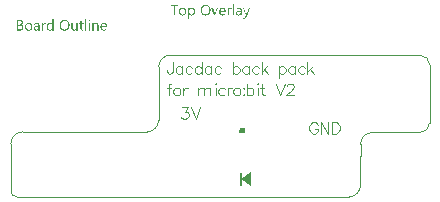
<source format=gto>
G04*
G04 #@! TF.GenerationSoftware,Altium Limited,Altium Designer,22.2.1 (43)*
G04*
G04 Layer_Color=65535*
%FSLAX44Y44*%
%MOMM*%
G71*
G04*
G04 #@! TF.SameCoordinates,2D2D779E-EA1F-4978-AE9C-AACCEBDA9B96*
G04*
G04*
G04 #@! TF.FilePolarity,Positive*
G04*
G01*
G75*
%ADD10C,0.5000*%
%ADD11C,0.2000*%
%ADD12C,0.1000*%
%ADD13C,0.0500*%
G36*
X115555Y135211D02*
X115641Y135203D01*
X115744Y135195D01*
X115861Y135171D01*
X115995Y135148D01*
X116144Y135109D01*
X116293Y135062D01*
X116450Y135007D01*
X116607Y134936D01*
X116772Y134857D01*
X116929Y134755D01*
X117078Y134638D01*
X117227Y134504D01*
X117360Y134355D01*
X117368Y134347D01*
X117392Y134316D01*
X117423Y134269D01*
X117470Y134198D01*
X117517Y134112D01*
X117580Y134010D01*
X117643Y133884D01*
X117706Y133751D01*
X117768Y133594D01*
X117831Y133421D01*
X117894Y133233D01*
X117941Y133029D01*
X117988Y132809D01*
X118020Y132573D01*
X118043Y132322D01*
X118051Y132063D01*
Y132056D01*
Y132048D01*
Y132024D01*
Y131993D01*
X118043Y131906D01*
X118035Y131797D01*
X118027Y131663D01*
X118012Y131506D01*
X117988Y131333D01*
X117957Y131145D01*
X117910Y130949D01*
X117863Y130737D01*
X117800Y130525D01*
X117721Y130313D01*
X117635Y130101D01*
X117533Y129889D01*
X117407Y129693D01*
X117274Y129505D01*
X117266Y129497D01*
X117235Y129465D01*
X117195Y129418D01*
X117133Y129355D01*
X117054Y129285D01*
X116960Y129199D01*
X116842Y129112D01*
X116717Y129026D01*
X116575Y128940D01*
X116411Y128853D01*
X116238Y128767D01*
X116050Y128696D01*
X115845Y128633D01*
X115626Y128586D01*
X115390Y128555D01*
X115147Y128547D01*
X115092D01*
X115029Y128555D01*
X114943Y128563D01*
X114841Y128579D01*
X114723Y128602D01*
X114590Y128633D01*
X114441Y128681D01*
X114291Y128736D01*
X114135Y128806D01*
X113977Y128892D01*
X113813Y128995D01*
X113656Y129120D01*
X113507Y129261D01*
X113365Y129426D01*
X113232Y129614D01*
X113208D01*
Y125769D01*
X112188D01*
Y135069D01*
X113208D01*
Y133947D01*
X113232D01*
X113240Y133963D01*
X113271Y134002D01*
X113310Y134065D01*
X113373Y134143D01*
X113452Y134245D01*
X113546Y134347D01*
X113664Y134465D01*
X113789Y134583D01*
X113938Y134700D01*
X114103Y134818D01*
X114284Y134920D01*
X114480Y135022D01*
X114692Y135101D01*
X114927Y135163D01*
X115170Y135203D01*
X115437Y135218D01*
X115492D01*
X115555Y135211D01*
D02*
G37*
G36*
X148409Y135171D02*
X148496D01*
X148590Y135156D01*
X148692Y135140D01*
X148794Y135124D01*
X148880Y135093D01*
Y134033D01*
X148864Y134041D01*
X148833Y134065D01*
X148770Y134096D01*
X148684Y134135D01*
X148566Y134175D01*
X148441Y134206D01*
X148284Y134229D01*
X148103Y134237D01*
X148040D01*
X147993Y134229D01*
X147938Y134222D01*
X147876Y134206D01*
X147726Y134159D01*
X147640Y134128D01*
X147554Y134088D01*
X147460Y134033D01*
X147366Y133978D01*
X147279Y133908D01*
X147185Y133821D01*
X147099Y133727D01*
X147012Y133617D01*
X147004Y133610D01*
X146997Y133586D01*
X146973Y133554D01*
X146942Y133507D01*
X146910Y133445D01*
X146871Y133366D01*
X146832Y133280D01*
X146792Y133178D01*
X146753Y133068D01*
X146714Y132942D01*
X146675Y132801D01*
X146643Y132652D01*
X146612Y132487D01*
X146588Y132315D01*
X146581Y132134D01*
X146573Y131938D01*
Y128696D01*
X145552D01*
Y135069D01*
X146573D01*
Y133751D01*
X146596D01*
Y133759D01*
X146604Y133782D01*
X146620Y133813D01*
X146636Y133861D01*
X146659Y133916D01*
X146691Y133986D01*
X146761Y134135D01*
X146855Y134308D01*
X146973Y134481D01*
X147107Y134646D01*
X147263Y134803D01*
X147271Y134810D01*
X147287Y134818D01*
X147310Y134834D01*
X147342Y134865D01*
X147381Y134889D01*
X147436Y134920D01*
X147554Y134991D01*
X147703Y135062D01*
X147876Y135124D01*
X148064Y135163D01*
X148166Y135171D01*
X148268Y135179D01*
X148331D01*
X148409Y135171D01*
D02*
G37*
G36*
X161697Y127676D02*
Y127668D01*
X161689Y127652D01*
X161674Y127629D01*
X161658Y127590D01*
X161642Y127542D01*
X161618Y127495D01*
X161556Y127370D01*
X161469Y127221D01*
X161375Y127048D01*
X161257Y126875D01*
X161124Y126687D01*
X160975Y126507D01*
X160810Y126326D01*
X160630Y126153D01*
X160433Y126004D01*
X160222Y125879D01*
X160112Y125831D01*
X159994Y125784D01*
X159876Y125745D01*
X159751Y125722D01*
X159625Y125706D01*
X159492Y125698D01*
X159429D01*
X159350Y125706D01*
X159256D01*
X159154Y125722D01*
X159044Y125737D01*
X158926Y125753D01*
X158824Y125784D01*
Y126695D01*
X158840Y126687D01*
X158879Y126679D01*
X158942Y126664D01*
X159021Y126640D01*
X159115Y126616D01*
X159217Y126601D01*
X159327Y126593D01*
X159429Y126585D01*
X159460D01*
X159499Y126593D01*
X159554Y126601D01*
X159617Y126616D01*
X159696Y126632D01*
X159774Y126664D01*
X159868Y126703D01*
X159955Y126750D01*
X160057Y126813D01*
X160151Y126883D01*
X160245Y126970D01*
X160339Y127079D01*
X160433Y127197D01*
X160512Y127338D01*
X160590Y127503D01*
X161101Y128704D01*
X158612Y135069D01*
X159743D01*
X161469Y130164D01*
Y130156D01*
X161477Y130140D01*
X161485Y130117D01*
X161501Y130070D01*
X161516Y130007D01*
X161532Y129921D01*
X161564Y129811D01*
X161595Y129677D01*
X161634D01*
Y129685D01*
X161642Y129709D01*
X161650Y129740D01*
X161666Y129795D01*
X161681Y129858D01*
X161697Y129936D01*
X161728Y130038D01*
X161760Y130148D01*
X163573Y135069D01*
X164625D01*
X161697Y127676D01*
D02*
G37*
G36*
X135255Y128696D02*
X134250D01*
X131841Y135069D01*
X132955D01*
X134580Y130439D01*
Y130431D01*
X134588Y130415D01*
X134596Y130392D01*
X134612Y130352D01*
X134627Y130305D01*
X134643Y130258D01*
X134674Y130133D01*
X134713Y129999D01*
X134753Y129850D01*
X134776Y129693D01*
X134800Y129544D01*
X134823D01*
Y129552D01*
Y129567D01*
X134831Y129591D01*
X134839Y129622D01*
Y129670D01*
X134855Y129717D01*
X134871Y129834D01*
X134902Y129968D01*
X134933Y130109D01*
X134980Y130258D01*
X135028Y130407D01*
X136715Y135069D01*
X137790D01*
X135255Y128696D01*
D02*
G37*
G36*
X155481Y135211D02*
X155536D01*
X155591Y135203D01*
X155661Y135195D01*
X155740Y135179D01*
X155905Y135148D01*
X156101Y135093D01*
X156297Y135022D01*
X156509Y134920D01*
X156721Y134795D01*
X156823Y134724D01*
X156925Y134638D01*
X157019Y134544D01*
X157113Y134449D01*
X157200Y134339D01*
X157278Y134214D01*
X157357Y134088D01*
X157427Y133947D01*
X157482Y133790D01*
X157537Y133625D01*
X157577Y133453D01*
X157608Y133256D01*
X157624Y133060D01*
X157631Y132840D01*
Y128696D01*
X156611D01*
Y129685D01*
X156588D01*
X156580Y129670D01*
X156556Y129638D01*
X156517Y129583D01*
X156462Y129505D01*
X156391Y129418D01*
X156305Y129324D01*
X156211Y129222D01*
X156093Y129120D01*
X155960Y129010D01*
X155818Y128908D01*
X155654Y128814D01*
X155481Y128728D01*
X155285Y128649D01*
X155081Y128594D01*
X154861Y128563D01*
X154625Y128547D01*
X154531D01*
X154468Y128555D01*
X154390Y128563D01*
X154296Y128571D01*
X154194Y128586D01*
X154084Y128610D01*
X153841Y128673D01*
X153723Y128712D01*
X153597Y128759D01*
X153472Y128814D01*
X153354Y128885D01*
X153244Y128963D01*
X153134Y129049D01*
X153126Y129057D01*
X153111Y129073D01*
X153087Y129104D01*
X153048Y129144D01*
X153009Y129191D01*
X152969Y129254D01*
X152914Y129324D01*
X152867Y129403D01*
X152820Y129497D01*
X152773Y129599D01*
X152726Y129709D01*
X152687Y129826D01*
X152648Y129952D01*
X152624Y130085D01*
X152608Y130235D01*
X152600Y130384D01*
Y130392D01*
Y130407D01*
Y130431D01*
X152608Y130462D01*
Y130501D01*
X152616Y130548D01*
X152632Y130666D01*
X152663Y130808D01*
X152710Y130964D01*
X152773Y131137D01*
X152867Y131318D01*
X152977Y131498D01*
X153111Y131679D01*
X153197Y131765D01*
X153283Y131851D01*
X153385Y131938D01*
X153487Y132016D01*
X153605Y132095D01*
X153731Y132165D01*
X153864Y132228D01*
X154013Y132291D01*
X154170Y132346D01*
X154335Y132393D01*
X154515Y132432D01*
X154704Y132464D01*
X156611Y132730D01*
Y132738D01*
Y132746D01*
Y132770D01*
Y132801D01*
X156603Y132880D01*
X156588Y132982D01*
X156572Y133107D01*
X156540Y133249D01*
X156501Y133390D01*
X156446Y133547D01*
X156376Y133696D01*
X156289Y133845D01*
X156187Y133978D01*
X156062Y134104D01*
X155905Y134206D01*
X155732Y134284D01*
X155638Y134316D01*
X155528Y134339D01*
X155418Y134347D01*
X155300Y134355D01*
X155246D01*
X155190Y134347D01*
X155104Y134339D01*
X155002Y134332D01*
X154884Y134316D01*
X154751Y134292D01*
X154610Y134261D01*
X154453Y134214D01*
X154288Y134167D01*
X154115Y134104D01*
X153935Y134025D01*
X153754Y133931D01*
X153574Y133829D01*
X153393Y133712D01*
X153221Y133570D01*
Y134614D01*
X153228Y134622D01*
X153260Y134638D01*
X153315Y134669D01*
X153385Y134708D01*
X153479Y134755D01*
X153582Y134803D01*
X153707Y134857D01*
X153848Y134920D01*
X153997Y134975D01*
X154162Y135030D01*
X154343Y135077D01*
X154531Y135124D01*
X154735Y135163D01*
X154939Y135195D01*
X155159Y135211D01*
X155387Y135218D01*
X155442D01*
X155481Y135211D01*
D02*
G37*
G36*
X151007Y128696D02*
X149987D01*
Y138130D01*
X151007D01*
Y128696D01*
D02*
G37*
G36*
X103453Y136670D02*
X100878D01*
Y128696D01*
X99834D01*
Y136670D01*
X97260D01*
Y137620D01*
X103453D01*
Y136670D01*
D02*
G37*
G36*
X141510Y135211D02*
X141597Y135203D01*
X141707Y135195D01*
X141824Y135179D01*
X141958Y135148D01*
X142099Y135116D01*
X142256Y135077D01*
X142413Y135022D01*
X142570Y134952D01*
X142735Y134873D01*
X142892Y134779D01*
X143041Y134669D01*
X143190Y134544D01*
X143323Y134402D01*
X143331Y134394D01*
X143355Y134363D01*
X143386Y134316D01*
X143433Y134253D01*
X143480Y134175D01*
X143543Y134073D01*
X143606Y133955D01*
X143669Y133821D01*
X143732Y133664D01*
X143794Y133500D01*
X143857Y133311D01*
X143904Y133115D01*
X143951Y132895D01*
X143983Y132668D01*
X144006Y132416D01*
X144014Y132157D01*
Y131624D01*
X139509D01*
Y131608D01*
Y131577D01*
X139517Y131522D01*
X139525Y131451D01*
X139533Y131357D01*
X139548Y131255D01*
X139564Y131145D01*
X139595Y131019D01*
X139666Y130753D01*
X139713Y130619D01*
X139768Y130478D01*
X139831Y130344D01*
X139901Y130211D01*
X139988Y130093D01*
X140082Y129976D01*
X140090Y129968D01*
X140105Y129952D01*
X140137Y129921D01*
X140184Y129889D01*
X140239Y129842D01*
X140310Y129795D01*
X140388Y129740D01*
X140474Y129693D01*
X140576Y129638D01*
X140694Y129583D01*
X140812Y129536D01*
X140953Y129489D01*
X141094Y129458D01*
X141251Y129426D01*
X141416Y129410D01*
X141589Y129403D01*
X141636D01*
X141691Y129410D01*
X141769D01*
X141864Y129426D01*
X141973Y129442D01*
X142099Y129465D01*
X142240Y129489D01*
X142389Y129528D01*
X142546Y129575D01*
X142711Y129630D01*
X142876Y129701D01*
X143049Y129779D01*
X143221Y129874D01*
X143394Y129983D01*
X143567Y130109D01*
Y129151D01*
X143559Y129144D01*
X143527Y129128D01*
X143480Y129096D01*
X143418Y129057D01*
X143331Y129010D01*
X143229Y128963D01*
X143111Y128908D01*
X142978Y128853D01*
X142821Y128790D01*
X142656Y128736D01*
X142476Y128688D01*
X142280Y128641D01*
X142068Y128602D01*
X141840Y128571D01*
X141597Y128555D01*
X141346Y128547D01*
X141283D01*
X141220Y128555D01*
X141126Y128563D01*
X141008Y128571D01*
X140875Y128594D01*
X140733Y128618D01*
X140576Y128657D01*
X140412Y128704D01*
X140239Y128759D01*
X140058Y128830D01*
X139886Y128908D01*
X139705Y129010D01*
X139540Y129128D01*
X139376Y129261D01*
X139227Y129410D01*
X139219Y129418D01*
X139195Y129450D01*
X139156Y129505D01*
X139109Y129575D01*
X139046Y129662D01*
X138983Y129771D01*
X138912Y129897D01*
X138842Y130046D01*
X138771Y130203D01*
X138701Y130392D01*
X138638Y130588D01*
X138575Y130808D01*
X138528Y131043D01*
X138489Y131294D01*
X138465Y131569D01*
X138457Y131851D01*
Y131859D01*
Y131867D01*
Y131891D01*
Y131914D01*
X138465Y131993D01*
X138473Y132103D01*
X138481Y132228D01*
X138504Y132369D01*
X138528Y132534D01*
X138559Y132715D01*
X138606Y132903D01*
X138661Y133099D01*
X138732Y133303D01*
X138811Y133507D01*
X138905Y133704D01*
X139022Y133908D01*
X139148Y134096D01*
X139297Y134277D01*
X139305Y134284D01*
X139336Y134316D01*
X139383Y134363D01*
X139446Y134426D01*
X139533Y134496D01*
X139635Y134575D01*
X139745Y134661D01*
X139878Y134747D01*
X140019Y134834D01*
X140184Y134920D01*
X140357Y134999D01*
X140537Y135069D01*
X140733Y135132D01*
X140945Y135179D01*
X141165Y135211D01*
X141393Y135218D01*
X141448D01*
X141510Y135211D01*
D02*
G37*
G36*
X127187Y137761D02*
X127242D01*
X127297Y137753D01*
X127367D01*
X127524Y137730D01*
X127705Y137706D01*
X127909Y137667D01*
X128128Y137612D01*
X128356Y137549D01*
X128600Y137463D01*
X128843Y137361D01*
X129094Y137243D01*
X129345Y137102D01*
X129580Y136937D01*
X129816Y136741D01*
X130036Y136521D01*
X130051Y136506D01*
X130083Y136466D01*
X130138Y136396D01*
X130216Y136294D01*
X130295Y136168D01*
X130397Y136019D01*
X130499Y135846D01*
X130601Y135650D01*
X130703Y135422D01*
X130805Y135179D01*
X130907Y134912D01*
X130993Y134622D01*
X131064Y134308D01*
X131119Y133978D01*
X131150Y133633D01*
X131166Y133264D01*
Y133256D01*
Y133241D01*
Y133209D01*
Y133170D01*
X131158Y133115D01*
Y133052D01*
X131150Y132982D01*
Y132903D01*
X131142Y132817D01*
X131135Y132723D01*
X131103Y132511D01*
X131072Y132267D01*
X131025Y132016D01*
X130962Y131742D01*
X130883Y131459D01*
X130789Y131176D01*
X130679Y130886D01*
X130546Y130604D01*
X130389Y130321D01*
X130208Y130062D01*
X130004Y129811D01*
X129989Y129795D01*
X129949Y129756D01*
X129887Y129693D01*
X129792Y129614D01*
X129675Y129520D01*
X129533Y129410D01*
X129376Y129301D01*
X129188Y129183D01*
X128976Y129065D01*
X128741Y128947D01*
X128490Y128837D01*
X128215Y128743D01*
X127917Y128665D01*
X127603Y128602D01*
X127265Y128563D01*
X126912Y128547D01*
X126826D01*
X126786Y128555D01*
X126732D01*
X126669Y128563D01*
X126598Y128571D01*
X126433Y128586D01*
X126253Y128610D01*
X126041Y128649D01*
X125821Y128704D01*
X125578Y128767D01*
X125334Y128853D01*
X125083Y128955D01*
X124824Y129073D01*
X124573Y129214D01*
X124330Y129387D01*
X124087Y129575D01*
X123867Y129795D01*
X123851Y129811D01*
X123820Y129850D01*
X123765Y129921D01*
X123686Y130023D01*
X123600Y130148D01*
X123506Y130297D01*
X123404Y130470D01*
X123302Y130674D01*
X123192Y130894D01*
X123090Y131137D01*
X122996Y131404D01*
X122909Y131694D01*
X122831Y132008D01*
X122776Y132338D01*
X122744Y132683D01*
X122729Y133052D01*
Y133060D01*
Y133076D01*
Y133107D01*
Y133146D01*
X122737Y133201D01*
Y133256D01*
X122744Y133327D01*
Y133405D01*
X122752Y133492D01*
X122768Y133594D01*
X122792Y133798D01*
X122823Y134033D01*
X122878Y134284D01*
X122933Y134559D01*
X123011Y134834D01*
X123105Y135116D01*
X123215Y135407D01*
X123349Y135689D01*
X123506Y135964D01*
X123686Y136231D01*
X123890Y136482D01*
X123906Y136498D01*
X123945Y136537D01*
X124008Y136600D01*
X124102Y136686D01*
X124220Y136780D01*
X124369Y136890D01*
X124534Y137008D01*
X124722Y137126D01*
X124942Y137243D01*
X125177Y137361D01*
X125436Y137471D01*
X125719Y137565D01*
X126025Y137652D01*
X126347Y137714D01*
X126692Y137753D01*
X127061Y137769D01*
X127140D01*
X127187Y137761D01*
D02*
G37*
G36*
X107667Y135211D02*
X107769Y135203D01*
X107887Y135195D01*
X108028Y135171D01*
X108177Y135148D01*
X108342Y135109D01*
X108523Y135062D01*
X108703Y135007D01*
X108884Y134936D01*
X109072Y134850D01*
X109253Y134747D01*
X109433Y134630D01*
X109598Y134496D01*
X109755Y134339D01*
X109763Y134332D01*
X109786Y134300D01*
X109826Y134245D01*
X109881Y134175D01*
X109943Y134088D01*
X110006Y133978D01*
X110085Y133853D01*
X110155Y133704D01*
X110234Y133539D01*
X110304Y133358D01*
X110367Y133162D01*
X110430Y132942D01*
X110485Y132707D01*
X110524Y132456D01*
X110548Y132189D01*
X110555Y131906D01*
Y131898D01*
Y131891D01*
Y131867D01*
Y131836D01*
X110548Y131757D01*
X110540Y131655D01*
X110532Y131522D01*
X110508Y131373D01*
X110485Y131208D01*
X110446Y131027D01*
X110399Y130839D01*
X110344Y130635D01*
X110273Y130431D01*
X110195Y130227D01*
X110092Y130023D01*
X109975Y129826D01*
X109841Y129638D01*
X109692Y129458D01*
X109684Y129450D01*
X109653Y129418D01*
X109606Y129371D01*
X109535Y129316D01*
X109449Y129246D01*
X109347Y129167D01*
X109221Y129089D01*
X109080Y129002D01*
X108923Y128916D01*
X108750Y128837D01*
X108562Y128759D01*
X108358Y128688D01*
X108130Y128633D01*
X107895Y128586D01*
X107652Y128555D01*
X107385Y128547D01*
X107322D01*
X107251Y128555D01*
X107149Y128563D01*
X107031Y128571D01*
X106890Y128594D01*
X106741Y128618D01*
X106576Y128657D01*
X106396Y128704D01*
X106215Y128767D01*
X106027Y128837D01*
X105838Y128924D01*
X105650Y129026D01*
X105462Y129144D01*
X105289Y129277D01*
X105124Y129434D01*
X105117Y129442D01*
X105085Y129473D01*
X105046Y129528D01*
X104991Y129599D01*
X104928Y129685D01*
X104857Y129795D01*
X104787Y129921D01*
X104708Y130070D01*
X104630Y130227D01*
X104551Y130407D01*
X104481Y130604D01*
X104418Y130815D01*
X104363Y131035D01*
X104324Y131278D01*
X104292Y131538D01*
X104284Y131804D01*
Y131812D01*
Y131820D01*
Y131844D01*
Y131875D01*
X104292Y131961D01*
X104300Y132071D01*
X104308Y132205D01*
X104332Y132362D01*
X104355Y132534D01*
X104394Y132723D01*
X104441Y132919D01*
X104496Y133123D01*
X104567Y133335D01*
X104653Y133547D01*
X104755Y133751D01*
X104865Y133947D01*
X104999Y134135D01*
X105156Y134316D01*
X105163Y134324D01*
X105195Y134355D01*
X105250Y134402D01*
X105321Y134457D01*
X105407Y134528D01*
X105517Y134598D01*
X105642Y134685D01*
X105784Y134771D01*
X105941Y134850D01*
X106121Y134936D01*
X106317Y135007D01*
X106529Y135077D01*
X106757Y135132D01*
X107000Y135179D01*
X107259Y135211D01*
X107534Y135218D01*
X107597D01*
X107667Y135211D01*
D02*
G37*
G36*
X28652Y125156D02*
X28722Y125140D01*
X28793Y125116D01*
X28872Y125077D01*
X28950Y125030D01*
X29028Y124967D01*
X29036Y124959D01*
X29060Y124936D01*
X29091Y124897D01*
X29130Y124842D01*
X29162Y124771D01*
X29193Y124692D01*
X29217Y124598D01*
X29225Y124496D01*
Y124481D01*
Y124449D01*
X29217Y124402D01*
X29201Y124332D01*
X29178Y124261D01*
X29138Y124182D01*
X29091Y124104D01*
X29028Y124025D01*
X29021Y124017D01*
X28997Y123994D01*
X28950Y123963D01*
X28895Y123931D01*
X28824Y123900D01*
X28746Y123868D01*
X28660Y123845D01*
X28558Y123837D01*
X28510D01*
X28463Y123845D01*
X28393Y123861D01*
X28322Y123884D01*
X28244Y123916D01*
X28165Y123955D01*
X28087Y124017D01*
X28079Y124025D01*
X28055Y124049D01*
X28024Y124096D01*
X27992Y124151D01*
X27961Y124214D01*
X27930Y124300D01*
X27906Y124394D01*
X27898Y124496D01*
Y124512D01*
Y124543D01*
X27906Y124598D01*
X27922Y124661D01*
X27945Y124740D01*
X27977Y124818D01*
X28024Y124897D01*
X28087Y124967D01*
X28094Y124975D01*
X28118Y124999D01*
X28165Y125030D01*
X28220Y125069D01*
X28291Y125101D01*
X28369Y125132D01*
X28456Y125156D01*
X28558Y125163D01*
X28605D01*
X28652Y125156D01*
D02*
G37*
G36*
X-1746Y115847D02*
X-2766D01*
Y116922D01*
X-2790D01*
X-2798Y116907D01*
X-2821Y116868D01*
X-2868Y116812D01*
X-2923Y116734D01*
X-3002Y116640D01*
X-3088Y116538D01*
X-3198Y116428D01*
X-3331Y116310D01*
X-3473Y116193D01*
X-3637Y116083D01*
X-3818Y115981D01*
X-4014Y115886D01*
X-4226Y115808D01*
X-4462Y115753D01*
X-4713Y115714D01*
X-4979Y115698D01*
X-5034D01*
X-5097Y115706D01*
X-5176Y115714D01*
X-5278Y115722D01*
X-5396Y115745D01*
X-5529Y115769D01*
X-5670Y115808D01*
X-5819Y115847D01*
X-5976Y115910D01*
X-6133Y115973D01*
X-6298Y116059D01*
X-6455Y116153D01*
X-6612Y116271D01*
X-6761Y116404D01*
X-6902Y116553D01*
X-6910Y116561D01*
X-6934Y116593D01*
X-6965Y116640D01*
X-7012Y116711D01*
X-7067Y116797D01*
X-7130Y116899D01*
X-7193Y117024D01*
X-7256Y117166D01*
X-7326Y117323D01*
X-7389Y117495D01*
X-7452Y117692D01*
X-7507Y117896D01*
X-7554Y118115D01*
X-7585Y118359D01*
X-7609Y118610D01*
X-7617Y118877D01*
Y118884D01*
Y118892D01*
Y118916D01*
Y118947D01*
X-7609Y119026D01*
X-7601Y119136D01*
X-7593Y119277D01*
X-7577Y119426D01*
X-7554Y119599D01*
X-7515Y119787D01*
X-7475Y119983D01*
X-7420Y120195D01*
X-7358Y120399D01*
X-7279Y120619D01*
X-7193Y120823D01*
X-7083Y121027D01*
X-6965Y121223D01*
X-6824Y121412D01*
X-6816Y121420D01*
X-6785Y121451D01*
X-6738Y121498D01*
X-6675Y121561D01*
X-6596Y121632D01*
X-6502Y121718D01*
X-6384Y121804D01*
X-6259Y121891D01*
X-6110Y121977D01*
X-5953Y122063D01*
X-5780Y122150D01*
X-5592Y122220D01*
X-5388Y122283D01*
X-5168Y122330D01*
X-4940Y122361D01*
X-4697Y122369D01*
X-4642D01*
X-4571Y122361D01*
X-4485Y122354D01*
X-4375Y122338D01*
X-4250Y122314D01*
X-4116Y122283D01*
X-3967Y122244D01*
X-3810Y122189D01*
X-3653Y122118D01*
X-3496Y122032D01*
X-3339Y121930D01*
X-3190Y121812D01*
X-3041Y121679D01*
X-2907Y121514D01*
X-2790Y121333D01*
X-2766D01*
Y125281D01*
X-1746D01*
Y115847D01*
D02*
G37*
G36*
X34358Y122361D02*
X34428D01*
X34515Y122346D01*
X34617Y122330D01*
X34727Y122314D01*
X34844Y122283D01*
X34970Y122252D01*
X35103Y122205D01*
X35237Y122150D01*
X35370Y122079D01*
X35496Y122000D01*
X35621Y121914D01*
X35739Y121804D01*
X35849Y121686D01*
X35857Y121679D01*
X35872Y121655D01*
X35904Y121616D01*
X35935Y121561D01*
X35975Y121490D01*
X36022Y121404D01*
X36077Y121302D01*
X36131Y121192D01*
X36179Y121059D01*
X36233Y120917D01*
X36281Y120752D01*
X36320Y120580D01*
X36351Y120392D01*
X36383Y120187D01*
X36398Y119976D01*
X36406Y119740D01*
Y115847D01*
X35386D01*
Y119481D01*
Y119489D01*
Y119505D01*
Y119528D01*
Y119567D01*
X35378Y119614D01*
Y119669D01*
X35362Y119795D01*
X35339Y119952D01*
X35307Y120125D01*
X35260Y120305D01*
X35198Y120493D01*
X35119Y120682D01*
X35025Y120862D01*
X34907Y121035D01*
X34758Y121192D01*
X34593Y121318D01*
X34499Y121373D01*
X34389Y121420D01*
X34279Y121459D01*
X34162Y121482D01*
X34036Y121498D01*
X33902Y121506D01*
X33832D01*
X33777Y121498D01*
X33714Y121490D01*
X33636Y121475D01*
X33549Y121459D01*
X33463Y121435D01*
X33361Y121404D01*
X33259Y121365D01*
X33157Y121318D01*
X33047Y121263D01*
X32945Y121192D01*
X32835Y121114D01*
X32733Y121027D01*
X32639Y120925D01*
X32631Y120917D01*
X32615Y120902D01*
X32592Y120870D01*
X32560Y120823D01*
X32521Y120768D01*
X32482Y120698D01*
X32435Y120619D01*
X32388Y120533D01*
X32341Y120431D01*
X32294Y120321D01*
X32254Y120203D01*
X32215Y120077D01*
X32184Y119936D01*
X32160Y119795D01*
X32144Y119638D01*
X32136Y119481D01*
Y115847D01*
X31116D01*
Y122220D01*
X32136D01*
Y121161D01*
X32160D01*
X32168Y121176D01*
X32192Y121216D01*
X32239Y121271D01*
X32294Y121349D01*
X32372Y121443D01*
X32458Y121545D01*
X32568Y121655D01*
X32694Y121765D01*
X32835Y121875D01*
X32992Y121985D01*
X33165Y122087D01*
X33345Y122181D01*
X33549Y122259D01*
X33769Y122314D01*
X34004Y122354D01*
X34256Y122369D01*
X34303D01*
X34358Y122361D01*
D02*
G37*
G36*
X-8763Y122322D02*
X-8676D01*
X-8582Y122306D01*
X-8480Y122291D01*
X-8378Y122275D01*
X-8292Y122244D01*
Y121184D01*
X-8307Y121192D01*
X-8339Y121216D01*
X-8401Y121247D01*
X-8488Y121286D01*
X-8605Y121326D01*
X-8731Y121357D01*
X-8888Y121380D01*
X-9069Y121388D01*
X-9131D01*
X-9179Y121380D01*
X-9233Y121373D01*
X-9296Y121357D01*
X-9445Y121310D01*
X-9532Y121278D01*
X-9618Y121239D01*
X-9712Y121184D01*
X-9806Y121129D01*
X-9893Y121059D01*
X-9987Y120972D01*
X-10073Y120878D01*
X-10160Y120768D01*
X-10167Y120760D01*
X-10175Y120737D01*
X-10199Y120705D01*
X-10230Y120658D01*
X-10262Y120596D01*
X-10301Y120517D01*
X-10340Y120431D01*
X-10379Y120329D01*
X-10419Y120219D01*
X-10458Y120093D01*
X-10497Y119952D01*
X-10529Y119803D01*
X-10560Y119638D01*
X-10583Y119465D01*
X-10591Y119285D01*
X-10599Y119089D01*
Y115847D01*
X-11619D01*
Y122220D01*
X-10599D01*
Y120902D01*
X-10575D01*
Y120910D01*
X-10568Y120933D01*
X-10552Y120964D01*
X-10536Y121011D01*
X-10513Y121067D01*
X-10481Y121137D01*
X-10411Y121286D01*
X-10316Y121459D01*
X-10199Y121632D01*
X-10065Y121796D01*
X-9908Y121953D01*
X-9901Y121961D01*
X-9885Y121969D01*
X-9861Y121985D01*
X-9830Y122016D01*
X-9791Y122040D01*
X-9736Y122071D01*
X-9618Y122142D01*
X-9469Y122212D01*
X-9296Y122275D01*
X-9108Y122314D01*
X-9006Y122322D01*
X-8904Y122330D01*
X-8841D01*
X-8763Y122322D01*
D02*
G37*
G36*
X18574Y115847D02*
X17554D01*
Y116852D01*
X17530D01*
X17522Y116836D01*
X17499Y116805D01*
X17460Y116742D01*
X17413Y116671D01*
X17342Y116585D01*
X17256Y116491D01*
X17161Y116381D01*
X17044Y116279D01*
X16918Y116169D01*
X16769Y116067D01*
X16612Y115965D01*
X16431Y115878D01*
X16235Y115808D01*
X16031Y115745D01*
X15804Y115714D01*
X15560Y115698D01*
X15505D01*
X15466Y115706D01*
X15411D01*
X15348Y115714D01*
X15278Y115729D01*
X15207Y115737D01*
X15034Y115784D01*
X14838Y115839D01*
X14634Y115926D01*
X14532Y115981D01*
X14422Y116035D01*
X14312Y116106D01*
X14210Y116177D01*
X14108Y116263D01*
X14006Y116357D01*
X13904Y116467D01*
X13810Y116577D01*
X13724Y116703D01*
X13637Y116844D01*
X13567Y116993D01*
X13496Y117150D01*
X13433Y117323D01*
X13378Y117511D01*
X13339Y117715D01*
X13308Y117927D01*
X13292Y118162D01*
X13284Y118406D01*
Y122220D01*
X14297D01*
Y118571D01*
Y118563D01*
Y118547D01*
Y118524D01*
Y118484D01*
X14304Y118437D01*
Y118382D01*
X14320Y118257D01*
X14344Y118100D01*
X14375Y117935D01*
X14430Y117746D01*
X14493Y117566D01*
X14571Y117378D01*
X14673Y117189D01*
X14799Y117024D01*
X14948Y116868D01*
X15129Y116742D01*
X15223Y116687D01*
X15333Y116640D01*
X15450Y116601D01*
X15568Y116577D01*
X15702Y116561D01*
X15843Y116553D01*
X15913D01*
X15968Y116561D01*
X16031Y116569D01*
X16102Y116585D01*
X16188Y116601D01*
X16274Y116624D01*
X16369Y116648D01*
X16471Y116687D01*
X16573Y116734D01*
X16675Y116789D01*
X16777Y116852D01*
X16879Y116922D01*
X16973Y117009D01*
X17067Y117103D01*
X17075Y117111D01*
X17091Y117127D01*
X17114Y117158D01*
X17146Y117205D01*
X17177Y117260D01*
X17224Y117323D01*
X17263Y117401D01*
X17311Y117487D01*
X17358Y117590D01*
X17397Y117699D01*
X17444Y117817D01*
X17475Y117943D01*
X17507Y118084D01*
X17530Y118225D01*
X17546Y118382D01*
X17554Y118547D01*
Y122220D01*
X18574D01*
Y115847D01*
D02*
G37*
G36*
X29052D02*
X28032D01*
Y122220D01*
X29052D01*
Y115847D01*
D02*
G37*
G36*
X25968D02*
X24947D01*
Y125281D01*
X25968D01*
Y115847D01*
D02*
G37*
G36*
X-15693Y122361D02*
X-15638D01*
X-15583Y122354D01*
X-15512Y122346D01*
X-15434Y122330D01*
X-15269Y122299D01*
X-15073Y122244D01*
X-14877Y122173D01*
X-14665Y122071D01*
X-14453Y121945D01*
X-14351Y121875D01*
X-14249Y121789D01*
X-14154Y121694D01*
X-14060Y121600D01*
X-13974Y121490D01*
X-13895Y121365D01*
X-13817Y121239D01*
X-13746Y121098D01*
X-13691Y120941D01*
X-13636Y120776D01*
X-13597Y120603D01*
X-13566Y120407D01*
X-13550Y120211D01*
X-13542Y119991D01*
Y115847D01*
X-14563D01*
Y116836D01*
X-14586D01*
X-14594Y116820D01*
X-14618Y116789D01*
X-14657Y116734D01*
X-14712Y116656D01*
X-14782Y116569D01*
X-14869Y116475D01*
X-14963Y116373D01*
X-15081Y116271D01*
X-15214Y116161D01*
X-15355Y116059D01*
X-15520Y115965D01*
X-15693Y115878D01*
X-15889Y115800D01*
X-16093Y115745D01*
X-16313Y115714D01*
X-16548Y115698D01*
X-16643D01*
X-16705Y115706D01*
X-16784Y115714D01*
X-16878Y115722D01*
X-16980Y115737D01*
X-17090Y115761D01*
X-17333Y115824D01*
X-17451Y115863D01*
X-17577Y115910D01*
X-17702Y115965D01*
X-17820Y116035D01*
X-17930Y116114D01*
X-18040Y116200D01*
X-18047Y116208D01*
X-18063Y116224D01*
X-18087Y116255D01*
X-18126Y116294D01*
X-18165Y116342D01*
X-18204Y116404D01*
X-18259Y116475D01*
X-18306Y116553D01*
X-18354Y116648D01*
X-18401Y116750D01*
X-18448Y116860D01*
X-18487Y116977D01*
X-18526Y117103D01*
X-18550Y117236D01*
X-18565Y117386D01*
X-18573Y117535D01*
Y117542D01*
Y117558D01*
Y117582D01*
X-18565Y117613D01*
Y117652D01*
X-18558Y117699D01*
X-18542Y117817D01*
X-18511Y117958D01*
X-18463Y118115D01*
X-18401Y118288D01*
X-18306Y118469D01*
X-18197Y118649D01*
X-18063Y118830D01*
X-17977Y118916D01*
X-17890Y119002D01*
X-17788Y119089D01*
X-17686Y119167D01*
X-17569Y119246D01*
X-17443Y119316D01*
X-17310Y119379D01*
X-17161Y119442D01*
X-17004Y119497D01*
X-16839Y119544D01*
X-16658Y119583D01*
X-16470Y119614D01*
X-14563Y119881D01*
Y119889D01*
Y119897D01*
Y119921D01*
Y119952D01*
X-14570Y120030D01*
X-14586Y120133D01*
X-14602Y120258D01*
X-14633Y120399D01*
X-14672Y120541D01*
X-14727Y120698D01*
X-14798Y120847D01*
X-14884Y120996D01*
X-14986Y121129D01*
X-15112Y121255D01*
X-15269Y121357D01*
X-15442Y121435D01*
X-15536Y121467D01*
X-15646Y121490D01*
X-15756Y121498D01*
X-15873Y121506D01*
X-15928D01*
X-15983Y121498D01*
X-16070Y121490D01*
X-16172Y121482D01*
X-16289Y121467D01*
X-16423Y121443D01*
X-16564Y121412D01*
X-16721Y121365D01*
X-16886Y121318D01*
X-17059Y121255D01*
X-17239Y121176D01*
X-17420Y121082D01*
X-17600Y120980D01*
X-17781Y120862D01*
X-17953Y120721D01*
Y121765D01*
X-17945Y121773D01*
X-17914Y121789D01*
X-17859Y121820D01*
X-17788Y121859D01*
X-17694Y121906D01*
X-17592Y121953D01*
X-17467Y122008D01*
X-17325Y122071D01*
X-17176Y122126D01*
X-17011Y122181D01*
X-16831Y122228D01*
X-16643Y122275D01*
X-16438Y122314D01*
X-16234Y122346D01*
X-16015Y122361D01*
X-15787Y122369D01*
X-15732D01*
X-15693Y122361D01*
D02*
G37*
G36*
X-30009Y124763D02*
X-29915Y124755D01*
X-29805Y124740D01*
X-29679Y124724D01*
X-29538Y124700D01*
X-29397Y124669D01*
X-29247Y124630D01*
X-29090Y124583D01*
X-28941Y124528D01*
X-28784Y124465D01*
X-28643Y124386D01*
X-28502Y124300D01*
X-28368Y124198D01*
X-28361Y124190D01*
X-28337Y124174D01*
X-28305Y124143D01*
X-28266Y124096D01*
X-28211Y124041D01*
X-28156Y123970D01*
X-28094Y123892D01*
X-28031Y123806D01*
X-27968Y123704D01*
X-27905Y123594D01*
X-27850Y123468D01*
X-27795Y123343D01*
X-27756Y123201D01*
X-27725Y123052D01*
X-27701Y122895D01*
X-27693Y122730D01*
Y122723D01*
Y122699D01*
Y122660D01*
X-27701Y122605D01*
X-27709Y122534D01*
X-27717Y122464D01*
X-27725Y122377D01*
X-27740Y122283D01*
X-27795Y122071D01*
X-27866Y121851D01*
X-27913Y121734D01*
X-27968Y121624D01*
X-28031Y121514D01*
X-28101Y121404D01*
X-28109Y121396D01*
X-28117Y121380D01*
X-28141Y121349D01*
X-28180Y121310D01*
X-28219Y121271D01*
X-28266Y121216D01*
X-28329Y121161D01*
X-28392Y121098D01*
X-28470Y121035D01*
X-28557Y120964D01*
X-28651Y120902D01*
X-28753Y120831D01*
X-28863Y120768D01*
X-28973Y120713D01*
X-29232Y120611D01*
Y120588D01*
X-29224D01*
X-29192Y120580D01*
X-29145Y120572D01*
X-29083Y120564D01*
X-29004Y120548D01*
X-28918Y120525D01*
X-28816Y120493D01*
X-28714Y120462D01*
X-28486Y120376D01*
X-28361Y120321D01*
X-28243Y120250D01*
X-28125Y120180D01*
X-28007Y120101D01*
X-27890Y120007D01*
X-27787Y119905D01*
X-27780Y119897D01*
X-27764Y119881D01*
X-27740Y119850D01*
X-27701Y119803D01*
X-27662Y119740D01*
X-27615Y119677D01*
X-27568Y119591D01*
X-27513Y119505D01*
X-27466Y119403D01*
X-27419Y119285D01*
X-27371Y119167D01*
X-27332Y119034D01*
X-27293Y118884D01*
X-27269Y118735D01*
X-27254Y118579D01*
X-27246Y118406D01*
Y118390D01*
Y118359D01*
X-27254Y118296D01*
X-27262Y118217D01*
X-27269Y118115D01*
X-27293Y118006D01*
X-27317Y117880D01*
X-27348Y117746D01*
X-27395Y117597D01*
X-27450Y117448D01*
X-27513Y117299D01*
X-27591Y117142D01*
X-27685Y116985D01*
X-27795Y116836D01*
X-27921Y116695D01*
X-28070Y116553D01*
X-28078Y116546D01*
X-28109Y116522D01*
X-28156Y116491D01*
X-28219Y116444D01*
X-28298Y116389D01*
X-28400Y116334D01*
X-28510Y116263D01*
X-28635Y116200D01*
X-28784Y116138D01*
X-28941Y116075D01*
X-29106Y116012D01*
X-29295Y115957D01*
X-29491Y115910D01*
X-29695Y115878D01*
X-29915Y115855D01*
X-30142Y115847D01*
X-32740D01*
Y124771D01*
X-30095D01*
X-30009Y124763D01*
D02*
G37*
G36*
X21980Y122220D02*
X23589D01*
Y121341D01*
X21980D01*
Y117754D01*
Y117746D01*
Y117723D01*
Y117692D01*
Y117652D01*
X21988Y117597D01*
X21996Y117535D01*
X22012Y117401D01*
X22035Y117244D01*
X22075Y117095D01*
X22130Y116954D01*
X22161Y116891D01*
X22200Y116836D01*
X22208Y116828D01*
X22239Y116797D01*
X22294Y116750D01*
X22373Y116703D01*
X22475Y116648D01*
X22601Y116608D01*
X22750Y116577D01*
X22922Y116561D01*
X22985D01*
X23056Y116569D01*
X23150Y116585D01*
X23252Y116616D01*
X23370Y116648D01*
X23479Y116703D01*
X23589Y116773D01*
Y115902D01*
X23582D01*
X23574Y115894D01*
X23550Y115886D01*
X23527Y115871D01*
X23440Y115839D01*
X23338Y115808D01*
X23197Y115777D01*
X23032Y115745D01*
X22844Y115722D01*
X22632Y115714D01*
X22561D01*
X22475Y115729D01*
X22373Y115745D01*
X22247Y115769D01*
X22106Y115816D01*
X21949Y115871D01*
X21800Y115949D01*
X21643Y116043D01*
X21486Y116169D01*
X21345Y116318D01*
X21282Y116404D01*
X21219Y116499D01*
X21164Y116601D01*
X21117Y116711D01*
X21070Y116828D01*
X21031Y116962D01*
X20999Y117095D01*
X20976Y117244D01*
X20968Y117401D01*
X20960Y117574D01*
Y121341D01*
X19869D01*
Y122220D01*
X20960D01*
Y123774D01*
X21980Y124104D01*
Y122220D01*
D02*
G37*
G36*
X40950Y122361D02*
X41037Y122354D01*
X41147Y122346D01*
X41265Y122330D01*
X41398Y122299D01*
X41539Y122267D01*
X41696Y122228D01*
X41853Y122173D01*
X42010Y122102D01*
X42175Y122024D01*
X42332Y121930D01*
X42481Y121820D01*
X42630Y121694D01*
X42764Y121553D01*
X42771Y121545D01*
X42795Y121514D01*
X42826Y121467D01*
X42873Y121404D01*
X42920Y121326D01*
X42983Y121223D01*
X43046Y121106D01*
X43109Y120972D01*
X43172Y120815D01*
X43235Y120651D01*
X43297Y120462D01*
X43344Y120266D01*
X43391Y120046D01*
X43423Y119818D01*
X43446Y119567D01*
X43454Y119308D01*
Y118775D01*
X38949D01*
Y118759D01*
Y118728D01*
X38957Y118673D01*
X38965Y118602D01*
X38973Y118508D01*
X38988Y118406D01*
X39004Y118296D01*
X39035Y118170D01*
X39106Y117903D01*
X39153Y117770D01*
X39208Y117629D01*
X39271Y117495D01*
X39342Y117362D01*
X39428Y117244D01*
X39522Y117127D01*
X39530Y117119D01*
X39546Y117103D01*
X39577Y117072D01*
X39624Y117040D01*
X39679Y116993D01*
X39750Y116946D01*
X39828Y116891D01*
X39915Y116844D01*
X40016Y116789D01*
X40134Y116734D01*
X40252Y116687D01*
X40393Y116640D01*
X40535Y116608D01*
X40691Y116577D01*
X40856Y116561D01*
X41029Y116553D01*
X41076D01*
X41131Y116561D01*
X41210D01*
X41304Y116577D01*
X41414Y116593D01*
X41539Y116616D01*
X41680Y116640D01*
X41830Y116679D01*
X41986Y116726D01*
X42151Y116781D01*
X42316Y116852D01*
X42489Y116930D01*
X42661Y117024D01*
X42834Y117134D01*
X43007Y117260D01*
Y116302D01*
X42999Y116294D01*
X42968Y116279D01*
X42920Y116247D01*
X42858Y116208D01*
X42771Y116161D01*
X42669Y116114D01*
X42552Y116059D01*
X42418Y116004D01*
X42261Y115941D01*
X42096Y115886D01*
X41916Y115839D01*
X41720Y115792D01*
X41508Y115753D01*
X41280Y115722D01*
X41037Y115706D01*
X40786Y115698D01*
X40723D01*
X40660Y115706D01*
X40566Y115714D01*
X40448Y115722D01*
X40315Y115745D01*
X40174Y115769D01*
X40016Y115808D01*
X39852Y115855D01*
X39679Y115910D01*
X39499Y115981D01*
X39326Y116059D01*
X39145Y116161D01*
X38981Y116279D01*
X38816Y116412D01*
X38667Y116561D01*
X38659Y116569D01*
X38635Y116601D01*
X38596Y116656D01*
X38549Y116726D01*
X38486Y116812D01*
X38423Y116922D01*
X38353Y117048D01*
X38282Y117197D01*
X38211Y117354D01*
X38141Y117542D01*
X38078Y117739D01*
X38015Y117958D01*
X37968Y118194D01*
X37929Y118445D01*
X37905Y118720D01*
X37897Y119002D01*
Y119010D01*
Y119018D01*
Y119042D01*
Y119065D01*
X37905Y119144D01*
X37913Y119253D01*
X37921Y119379D01*
X37945Y119520D01*
X37968Y119685D01*
X37999Y119866D01*
X38047Y120054D01*
X38101Y120250D01*
X38172Y120454D01*
X38251Y120658D01*
X38345Y120855D01*
X38463Y121059D01*
X38588Y121247D01*
X38737Y121427D01*
X38745Y121435D01*
X38777Y121467D01*
X38823Y121514D01*
X38886Y121577D01*
X38973Y121647D01*
X39075Y121726D01*
X39185Y121812D01*
X39318Y121898D01*
X39459Y121985D01*
X39624Y122071D01*
X39797Y122150D01*
X39977Y122220D01*
X40174Y122283D01*
X40385Y122330D01*
X40605Y122361D01*
X40833Y122369D01*
X40888D01*
X40950Y122361D01*
D02*
G37*
G36*
X7822Y124912D02*
X7876D01*
X7932Y124904D01*
X8002D01*
X8159Y124881D01*
X8340Y124857D01*
X8544Y124818D01*
X8763Y124763D01*
X8991Y124700D01*
X9234Y124614D01*
X9478Y124512D01*
X9729Y124394D01*
X9980Y124253D01*
X10215Y124088D01*
X10451Y123892D01*
X10671Y123672D01*
X10686Y123657D01*
X10718Y123617D01*
X10773Y123547D01*
X10851Y123445D01*
X10930Y123319D01*
X11032Y123170D01*
X11134Y122997D01*
X11236Y122801D01*
X11338Y122573D01*
X11440Y122330D01*
X11542Y122063D01*
X11628Y121773D01*
X11699Y121459D01*
X11754Y121129D01*
X11785Y120784D01*
X11801Y120415D01*
Y120407D01*
Y120392D01*
Y120360D01*
Y120321D01*
X11793Y120266D01*
Y120203D01*
X11785Y120133D01*
Y120054D01*
X11777Y119968D01*
X11769Y119874D01*
X11738Y119662D01*
X11707Y119418D01*
X11659Y119167D01*
X11597Y118892D01*
X11518Y118610D01*
X11424Y118327D01*
X11314Y118037D01*
X11181Y117754D01*
X11024Y117472D01*
X10843Y117213D01*
X10639Y116962D01*
X10624Y116946D01*
X10584Y116907D01*
X10522Y116844D01*
X10427Y116765D01*
X10310Y116671D01*
X10168Y116561D01*
X10011Y116452D01*
X9823Y116334D01*
X9611Y116216D01*
X9376Y116098D01*
X9124Y115988D01*
X8850Y115894D01*
X8551Y115816D01*
X8238Y115753D01*
X7900Y115714D01*
X7547Y115698D01*
X7461D01*
X7421Y115706D01*
X7366D01*
X7304Y115714D01*
X7233Y115722D01*
X7068Y115737D01*
X6888Y115761D01*
X6676Y115800D01*
X6456Y115855D01*
X6213Y115918D01*
X5969Y116004D01*
X5718Y116106D01*
X5459Y116224D01*
X5208Y116365D01*
X4965Y116538D01*
X4721Y116726D01*
X4502Y116946D01*
X4486Y116962D01*
X4455Y117001D01*
X4400Y117072D01*
X4321Y117174D01*
X4235Y117299D01*
X4141Y117448D01*
X4038Y117621D01*
X3936Y117825D01*
X3827Y118045D01*
X3725Y118288D01*
X3630Y118555D01*
X3544Y118845D01*
X3466Y119159D01*
X3411Y119489D01*
X3379Y119834D01*
X3364Y120203D01*
Y120211D01*
Y120227D01*
Y120258D01*
Y120297D01*
X3371Y120352D01*
Y120407D01*
X3379Y120478D01*
Y120556D01*
X3387Y120643D01*
X3403Y120745D01*
X3426Y120949D01*
X3458Y121184D01*
X3513Y121435D01*
X3568Y121710D01*
X3646Y121985D01*
X3740Y122267D01*
X3850Y122558D01*
X3984Y122840D01*
X4141Y123115D01*
X4321Y123382D01*
X4525Y123633D01*
X4541Y123649D01*
X4580Y123688D01*
X4643Y123751D01*
X4737Y123837D01*
X4855Y123931D01*
X5004Y124041D01*
X5169Y124159D01*
X5357Y124277D01*
X5577Y124394D01*
X5812Y124512D01*
X6071Y124622D01*
X6354Y124716D01*
X6660Y124802D01*
X6982Y124865D01*
X7327Y124904D01*
X7696Y124920D01*
X7775D01*
X7822Y124912D01*
D02*
G37*
G36*
X-22623Y122361D02*
X-22521Y122354D01*
X-22403Y122346D01*
X-22262Y122322D01*
X-22113Y122299D01*
X-21948Y122259D01*
X-21768Y122212D01*
X-21587Y122157D01*
X-21407Y122087D01*
X-21218Y122000D01*
X-21038Y121898D01*
X-20857Y121781D01*
X-20692Y121647D01*
X-20535Y121490D01*
X-20528Y121482D01*
X-20504Y121451D01*
X-20465Y121396D01*
X-20410Y121326D01*
X-20347Y121239D01*
X-20284Y121129D01*
X-20206Y121004D01*
X-20135Y120855D01*
X-20057Y120690D01*
X-19986Y120509D01*
X-19923Y120313D01*
X-19860Y120093D01*
X-19806Y119858D01*
X-19766Y119607D01*
X-19743Y119340D01*
X-19735Y119057D01*
Y119049D01*
Y119042D01*
Y119018D01*
Y118987D01*
X-19743Y118908D01*
X-19751Y118806D01*
X-19758Y118673D01*
X-19782Y118524D01*
X-19806Y118359D01*
X-19845Y118178D01*
X-19892Y117990D01*
X-19947Y117786D01*
X-20017Y117582D01*
X-20096Y117378D01*
X-20198Y117174D01*
X-20316Y116977D01*
X-20449Y116789D01*
X-20598Y116608D01*
X-20606Y116601D01*
X-20637Y116569D01*
X-20684Y116522D01*
X-20755Y116467D01*
X-20842Y116397D01*
X-20944Y116318D01*
X-21069Y116240D01*
X-21210Y116153D01*
X-21367Y116067D01*
X-21540Y115988D01*
X-21728Y115910D01*
X-21932Y115839D01*
X-22160Y115784D01*
X-22396Y115737D01*
X-22639Y115706D01*
X-22906Y115698D01*
X-22968D01*
X-23039Y115706D01*
X-23141Y115714D01*
X-23259Y115722D01*
X-23400Y115745D01*
X-23549Y115769D01*
X-23714Y115808D01*
X-23895Y115855D01*
X-24075Y115918D01*
X-24264Y115988D01*
X-24452Y116075D01*
X-24640Y116177D01*
X-24829Y116294D01*
X-25001Y116428D01*
X-25166Y116585D01*
X-25174Y116593D01*
X-25205Y116624D01*
X-25245Y116679D01*
X-25299Y116750D01*
X-25362Y116836D01*
X-25433Y116946D01*
X-25504Y117072D01*
X-25582Y117221D01*
X-25661Y117378D01*
X-25739Y117558D01*
X-25810Y117754D01*
X-25872Y117966D01*
X-25927Y118186D01*
X-25967Y118429D01*
X-25998Y118688D01*
X-26006Y118955D01*
Y118963D01*
Y118971D01*
Y118994D01*
Y119026D01*
X-25998Y119112D01*
X-25990Y119222D01*
X-25982Y119355D01*
X-25959Y119512D01*
X-25935Y119685D01*
X-25896Y119874D01*
X-25849Y120070D01*
X-25794Y120274D01*
X-25723Y120486D01*
X-25637Y120698D01*
X-25535Y120902D01*
X-25425Y121098D01*
X-25292Y121286D01*
X-25135Y121467D01*
X-25127Y121475D01*
X-25096Y121506D01*
X-25041Y121553D01*
X-24970Y121608D01*
X-24883Y121679D01*
X-24774Y121749D01*
X-24648Y121836D01*
X-24507Y121922D01*
X-24350Y122000D01*
X-24169Y122087D01*
X-23973Y122157D01*
X-23761Y122228D01*
X-23534Y122283D01*
X-23290Y122330D01*
X-23031Y122361D01*
X-22757Y122369D01*
X-22694D01*
X-22623Y122361D01*
D02*
G37*
G36*
X165118Y-15778D02*
X157118Y-9778D01*
X165118Y-3778D01*
Y-15778D01*
D02*
G37*
%LPC*%
G36*
X115186Y134355D02*
X115100D01*
X115037Y134347D01*
X114959Y134339D01*
X114872Y134324D01*
X114778Y134300D01*
X114668Y134277D01*
X114558Y134245D01*
X114441Y134206D01*
X114323Y134151D01*
X114205Y134096D01*
X114087Y134025D01*
X113970Y133939D01*
X113852Y133845D01*
X113750Y133735D01*
X113742Y133727D01*
X113726Y133704D01*
X113703Y133672D01*
X113664Y133625D01*
X113624Y133562D01*
X113577Y133492D01*
X113530Y133405D01*
X113483Y133311D01*
X113428Y133201D01*
X113381Y133084D01*
X113334Y132958D01*
X113295Y132817D01*
X113256Y132668D01*
X113232Y132519D01*
X113216Y132354D01*
X113208Y132181D01*
Y131294D01*
Y131286D01*
Y131263D01*
Y131216D01*
X113216Y131161D01*
X113224Y131090D01*
X113232Y131012D01*
X113248Y130925D01*
X113271Y130831D01*
X113334Y130619D01*
X113373Y130509D01*
X113420Y130392D01*
X113483Y130282D01*
X113554Y130164D01*
X113632Y130054D01*
X113719Y129952D01*
X113726Y129944D01*
X113742Y129929D01*
X113773Y129905D01*
X113813Y129866D01*
X113860Y129826D01*
X113923Y129779D01*
X113993Y129732D01*
X114080Y129677D01*
X114166Y129630D01*
X114268Y129575D01*
X114378Y129528D01*
X114488Y129489D01*
X114613Y129450D01*
X114747Y129426D01*
X114888Y129410D01*
X115029Y129403D01*
X115069D01*
X115116Y129410D01*
X115186D01*
X115257Y129426D01*
X115351Y129442D01*
X115453Y129465D01*
X115555Y129489D01*
X115673Y129528D01*
X115791Y129575D01*
X115908Y129630D01*
X116034Y129701D01*
X116152Y129779D01*
X116269Y129874D01*
X116379Y129983D01*
X116481Y130109D01*
X116489Y130117D01*
X116505Y130140D01*
X116528Y130180D01*
X116568Y130242D01*
X116607Y130313D01*
X116646Y130399D01*
X116693Y130509D01*
X116748Y130627D01*
X116795Y130760D01*
X116842Y130910D01*
X116882Y131067D01*
X116929Y131247D01*
X116960Y131435D01*
X116983Y131639D01*
X116999Y131859D01*
X117007Y132087D01*
Y132103D01*
Y132134D01*
Y132189D01*
X116999Y132260D01*
X116991Y132354D01*
X116983Y132456D01*
X116968Y132566D01*
X116944Y132691D01*
X116889Y132958D01*
X116850Y133099D01*
X116795Y133233D01*
X116740Y133374D01*
X116677Y133507D01*
X116599Y133633D01*
X116513Y133751D01*
X116505Y133759D01*
X116489Y133774D01*
X116466Y133806D01*
X116426Y133845D01*
X116371Y133892D01*
X116316Y133939D01*
X116246Y133994D01*
X116167Y134057D01*
X116073Y134112D01*
X115979Y134167D01*
X115869Y134214D01*
X115751Y134261D01*
X115618Y134300D01*
X115485Y134332D01*
X115343Y134347D01*
X115186Y134355D01*
D02*
G37*
G36*
X156611Y131914D02*
X155073Y131702D01*
X155065D01*
X155041Y131694D01*
X155002D01*
X154955Y131687D01*
X154900Y131671D01*
X154830Y131655D01*
X154672Y131624D01*
X154500Y131577D01*
X154327Y131514D01*
X154155Y131435D01*
X154076Y131396D01*
X154005Y131349D01*
X153990Y131333D01*
X153950Y131302D01*
X153888Y131239D01*
X153825Y131145D01*
X153762Y131019D01*
X153731Y130949D01*
X153699Y130870D01*
X153676Y130784D01*
X153660Y130682D01*
X153652Y130580D01*
X153644Y130462D01*
Y130454D01*
Y130439D01*
Y130415D01*
X153652Y130384D01*
X153660Y130297D01*
X153684Y130188D01*
X153723Y130070D01*
X153786Y129936D01*
X153864Y129811D01*
X153974Y129693D01*
X153982D01*
X153990Y129677D01*
X154037Y129646D01*
X154107Y129599D01*
X154209Y129552D01*
X154343Y129497D01*
X154492Y129450D01*
X154672Y129418D01*
X154869Y129403D01*
X154939D01*
X154994Y129410D01*
X155057Y129418D01*
X155136Y129434D01*
X155214Y129450D01*
X155308Y129473D01*
X155505Y129536D01*
X155606Y129575D01*
X155716Y129630D01*
X155818Y129693D01*
X155920Y129764D01*
X156023Y129842D01*
X156117Y129936D01*
X156124Y129944D01*
X156140Y129960D01*
X156164Y129991D01*
X156195Y130030D01*
X156234Y130085D01*
X156274Y130148D01*
X156321Y130219D01*
X156368Y130305D01*
X156407Y130399D01*
X156454Y130501D01*
X156493Y130611D01*
X156533Y130729D01*
X156564Y130855D01*
X156588Y130988D01*
X156603Y131129D01*
X156611Y131278D01*
Y131914D01*
D02*
G37*
G36*
X141377Y134355D02*
X141306D01*
X141259Y134347D01*
X141196Y134339D01*
X141118Y134332D01*
X141039Y134316D01*
X140953Y134292D01*
X140757Y134229D01*
X140655Y134190D01*
X140553Y134135D01*
X140451Y134080D01*
X140341Y134010D01*
X140247Y133931D01*
X140145Y133837D01*
X140137Y133829D01*
X140121Y133813D01*
X140098Y133782D01*
X140066Y133743D01*
X140027Y133688D01*
X139980Y133633D01*
X139933Y133554D01*
X139878Y133476D01*
X139823Y133382D01*
X139776Y133280D01*
X139721Y133170D01*
X139674Y133052D01*
X139627Y132919D01*
X139587Y132785D01*
X139548Y132636D01*
X139525Y132487D01*
X142970D01*
Y132495D01*
Y132526D01*
Y132573D01*
X142962Y132636D01*
X142955Y132707D01*
X142947Y132793D01*
X142931Y132887D01*
X142915Y132989D01*
X142860Y133209D01*
X142782Y133445D01*
X142735Y133554D01*
X142680Y133664D01*
X142617Y133766D01*
X142539Y133861D01*
X142531Y133869D01*
X142523Y133884D01*
X142499Y133908D01*
X142460Y133939D01*
X142421Y133978D01*
X142366Y134018D01*
X142311Y134065D01*
X142240Y134112D01*
X142162Y134151D01*
X142076Y134198D01*
X141973Y134237D01*
X141871Y134277D01*
X141762Y134308D01*
X141644Y134332D01*
X141510Y134347D01*
X141377Y134355D01*
D02*
G37*
G36*
X126983Y136820D02*
X126920D01*
X126849Y136812D01*
X126747Y136804D01*
X126629Y136788D01*
X126488Y136765D01*
X126339Y136733D01*
X126174Y136694D01*
X125994Y136639D01*
X125805Y136576D01*
X125617Y136490D01*
X125429Y136396D01*
X125232Y136278D01*
X125052Y136145D01*
X124871Y135988D01*
X124699Y135807D01*
X124691Y135799D01*
X124660Y135760D01*
X124620Y135705D01*
X124565Y135627D01*
X124495Y135525D01*
X124424Y135399D01*
X124346Y135258D01*
X124267Y135093D01*
X124181Y134912D01*
X124102Y134708D01*
X124032Y134488D01*
X123961Y134253D01*
X123906Y134002D01*
X123867Y133727D01*
X123835Y133445D01*
X123827Y133139D01*
Y133131D01*
Y133123D01*
Y133099D01*
Y133068D01*
Y133029D01*
X123835Y132982D01*
X123843Y132864D01*
X123851Y132723D01*
X123875Y132566D01*
X123898Y132385D01*
X123937Y132189D01*
X123977Y131985D01*
X124039Y131765D01*
X124102Y131545D01*
X124189Y131326D01*
X124283Y131106D01*
X124401Y130886D01*
X124534Y130682D01*
X124683Y130486D01*
X124691Y130478D01*
X124722Y130447D01*
X124769Y130392D01*
X124840Y130329D01*
X124926Y130250D01*
X125028Y130172D01*
X125146Y130078D01*
X125280Y129983D01*
X125436Y129889D01*
X125601Y129803D01*
X125790Y129717D01*
X125986Y129638D01*
X126198Y129575D01*
X126425Y129528D01*
X126661Y129489D01*
X126912Y129481D01*
X126975D01*
X127053Y129489D01*
X127155Y129497D01*
X127281Y129513D01*
X127422Y129528D01*
X127579Y129560D01*
X127752Y129599D01*
X127932Y129654D01*
X128121Y129717D01*
X128317Y129795D01*
X128505Y129889D01*
X128701Y129991D01*
X128882Y130125D01*
X129062Y130274D01*
X129227Y130439D01*
X129235Y130447D01*
X129267Y130486D01*
X129306Y130541D01*
X129361Y130619D01*
X129424Y130713D01*
X129494Y130831D01*
X129573Y130972D01*
X129651Y131137D01*
X129730Y131318D01*
X129808Y131514D01*
X129879Y131734D01*
X129942Y131977D01*
X129997Y132236D01*
X130036Y132511D01*
X130067Y132809D01*
X130075Y133123D01*
Y133131D01*
Y133146D01*
Y133170D01*
Y133201D01*
Y133241D01*
X130067Y133295D01*
X130059Y133413D01*
X130051Y133562D01*
X130028Y133735D01*
X130004Y133923D01*
X129973Y134128D01*
X129926Y134339D01*
X129871Y134567D01*
X129808Y134795D01*
X129730Y135022D01*
X129635Y135242D01*
X129526Y135462D01*
X129400Y135666D01*
X129251Y135854D01*
X129243Y135862D01*
X129212Y135893D01*
X129165Y135941D01*
X129102Y136003D01*
X129015Y136082D01*
X128913Y136160D01*
X128796Y136247D01*
X128662Y136341D01*
X128505Y136427D01*
X128333Y136514D01*
X128152Y136600D01*
X127948Y136670D01*
X127728Y136733D01*
X127493Y136780D01*
X127249Y136812D01*
X126983Y136820D01*
D02*
G37*
G36*
X107455Y134355D02*
X107416D01*
X107361Y134347D01*
X107290D01*
X107212Y134332D01*
X107118Y134324D01*
X107008Y134300D01*
X106890Y134269D01*
X106772Y134237D01*
X106647Y134190D01*
X106514Y134135D01*
X106388Y134073D01*
X106255Y133994D01*
X106129Y133908D01*
X106011Y133806D01*
X105901Y133688D01*
X105893Y133680D01*
X105878Y133657D01*
X105846Y133617D01*
X105815Y133562D01*
X105768Y133500D01*
X105721Y133413D01*
X105666Y133319D01*
X105619Y133209D01*
X105564Y133084D01*
X105509Y132942D01*
X105462Y132793D01*
X105415Y132628D01*
X105383Y132448D01*
X105352Y132260D01*
X105336Y132056D01*
X105328Y131844D01*
Y131828D01*
Y131797D01*
X105336Y131734D01*
Y131655D01*
X105344Y131561D01*
X105360Y131451D01*
X105375Y131326D01*
X105399Y131192D01*
X105430Y131051D01*
X105470Y130910D01*
X105517Y130760D01*
X105572Y130611D01*
X105634Y130462D01*
X105713Y130321D01*
X105799Y130180D01*
X105901Y130054D01*
X105909Y130046D01*
X105925Y130023D01*
X105964Y129991D01*
X106011Y129952D01*
X106066Y129905D01*
X106137Y129850D01*
X106223Y129787D01*
X106317Y129732D01*
X106419Y129670D01*
X106537Y129607D01*
X106663Y129552D01*
X106804Y129505D01*
X106953Y129465D01*
X107110Y129434D01*
X107275Y129410D01*
X107455Y129403D01*
X107502D01*
X107549Y129410D01*
X107620D01*
X107699Y129426D01*
X107793Y129434D01*
X107903Y129458D01*
X108020Y129481D01*
X108138Y129513D01*
X108264Y129560D01*
X108389Y129607D01*
X108515Y129670D01*
X108640Y129740D01*
X108758Y129826D01*
X108876Y129929D01*
X108978Y130038D01*
X108986Y130046D01*
X109002Y130070D01*
X109025Y130109D01*
X109064Y130156D01*
X109103Y130227D01*
X109151Y130305D01*
X109198Y130399D01*
X109245Y130509D01*
X109292Y130635D01*
X109347Y130768D01*
X109386Y130917D01*
X109425Y131082D01*
X109465Y131255D01*
X109488Y131451D01*
X109504Y131655D01*
X109512Y131867D01*
Y131883D01*
Y131922D01*
Y131985D01*
X109504Y132063D01*
X109496Y132165D01*
X109480Y132275D01*
X109465Y132409D01*
X109449Y132542D01*
X109378Y132840D01*
X109339Y132989D01*
X109284Y133146D01*
X109229Y133295D01*
X109151Y133437D01*
X109072Y133578D01*
X108978Y133704D01*
X108970Y133712D01*
X108954Y133735D01*
X108923Y133766D01*
X108876Y133806D01*
X108821Y133853D01*
X108758Y133908D01*
X108680Y133970D01*
X108586Y134033D01*
X108483Y134088D01*
X108374Y134151D01*
X108248Y134206D01*
X108115Y134253D01*
X107965Y134292D01*
X107809Y134324D01*
X107636Y134347D01*
X107455Y134355D01*
D02*
G37*
G36*
X-4571Y121506D02*
X-4611D01*
X-4658Y121498D01*
X-4728D01*
X-4807Y121482D01*
X-4893Y121467D01*
X-4995Y121451D01*
X-5105Y121420D01*
X-5223Y121388D01*
X-5340Y121341D01*
X-5458Y121286D01*
X-5584Y121216D01*
X-5702Y121137D01*
X-5819Y121051D01*
X-5937Y120941D01*
X-6039Y120823D01*
X-6047Y120815D01*
X-6063Y120792D01*
X-6086Y120752D01*
X-6125Y120698D01*
X-6165Y120627D01*
X-6204Y120541D01*
X-6259Y120446D01*
X-6306Y120329D01*
X-6353Y120203D01*
X-6400Y120062D01*
X-6447Y119905D01*
X-6486Y119740D01*
X-6526Y119552D01*
X-6549Y119363D01*
X-6565Y119151D01*
X-6573Y118932D01*
Y118916D01*
Y118884D01*
Y118822D01*
X-6565Y118751D01*
X-6557Y118657D01*
X-6549Y118547D01*
X-6533Y118429D01*
X-6510Y118296D01*
X-6447Y118021D01*
X-6408Y117872D01*
X-6361Y117731D01*
X-6298Y117590D01*
X-6227Y117448D01*
X-6149Y117315D01*
X-6063Y117189D01*
X-6055Y117181D01*
X-6039Y117166D01*
X-6008Y117134D01*
X-5968Y117087D01*
X-5914Y117040D01*
X-5851Y116985D01*
X-5780Y116930D01*
X-5694Y116875D01*
X-5599Y116812D01*
X-5497Y116758D01*
X-5388Y116703D01*
X-5262Y116656D01*
X-5129Y116616D01*
X-4987Y116585D01*
X-4838Y116561D01*
X-4681Y116553D01*
X-4642D01*
X-4595Y116561D01*
X-4540D01*
X-4469Y116569D01*
X-4383Y116585D01*
X-4289Y116608D01*
X-4187Y116632D01*
X-4077Y116663D01*
X-3967Y116703D01*
X-3849Y116750D01*
X-3739Y116812D01*
X-3622Y116883D01*
X-3512Y116962D01*
X-3402Y117056D01*
X-3300Y117166D01*
X-3292Y117174D01*
X-3276Y117197D01*
X-3253Y117228D01*
X-3214Y117276D01*
X-3174Y117338D01*
X-3127Y117409D01*
X-3080Y117495D01*
X-3033Y117597D01*
X-2986Y117699D01*
X-2931Y117817D01*
X-2892Y117951D01*
X-2853Y118084D01*
X-2813Y118233D01*
X-2790Y118390D01*
X-2774Y118555D01*
X-2766Y118728D01*
Y119662D01*
Y119669D01*
Y119693D01*
Y119740D01*
X-2774Y119795D01*
X-2782Y119858D01*
X-2790Y119936D01*
X-2805Y120023D01*
X-2829Y120117D01*
X-2892Y120321D01*
X-2931Y120431D01*
X-2978Y120541D01*
X-3041Y120651D01*
X-3112Y120760D01*
X-3190Y120870D01*
X-3276Y120972D01*
X-3284Y120980D01*
X-3300Y120996D01*
X-3331Y121019D01*
X-3370Y121059D01*
X-3418Y121098D01*
X-3480Y121145D01*
X-3551Y121192D01*
X-3629Y121239D01*
X-3716Y121286D01*
X-3818Y121341D01*
X-3920Y121380D01*
X-4038Y121420D01*
X-4163Y121459D01*
X-4289Y121482D01*
X-4430Y121498D01*
X-4571Y121506D01*
D02*
G37*
G36*
X-14563Y119065D02*
X-16101Y118853D01*
X-16109D01*
X-16132Y118845D01*
X-16172D01*
X-16219Y118837D01*
X-16274Y118822D01*
X-16344Y118806D01*
X-16501Y118775D01*
X-16674Y118728D01*
X-16847Y118665D01*
X-17019Y118586D01*
X-17098Y118547D01*
X-17168Y118500D01*
X-17184Y118484D01*
X-17223Y118453D01*
X-17286Y118390D01*
X-17349Y118296D01*
X-17412Y118170D01*
X-17443Y118100D01*
X-17474Y118021D01*
X-17498Y117935D01*
X-17514Y117833D01*
X-17522Y117731D01*
X-17529Y117613D01*
Y117605D01*
Y117590D01*
Y117566D01*
X-17522Y117535D01*
X-17514Y117448D01*
X-17490Y117338D01*
X-17451Y117221D01*
X-17388Y117087D01*
X-17310Y116962D01*
X-17200Y116844D01*
X-17192D01*
X-17184Y116828D01*
X-17137Y116797D01*
X-17066Y116750D01*
X-16964Y116703D01*
X-16831Y116648D01*
X-16682Y116601D01*
X-16501Y116569D01*
X-16305Y116553D01*
X-16234D01*
X-16179Y116561D01*
X-16117Y116569D01*
X-16038Y116585D01*
X-15960Y116601D01*
X-15865Y116624D01*
X-15669Y116687D01*
X-15567Y116726D01*
X-15457Y116781D01*
X-15355Y116844D01*
X-15253Y116915D01*
X-15151Y116993D01*
X-15057Y117087D01*
X-15049Y117095D01*
X-15034Y117111D01*
X-15010Y117142D01*
X-14979Y117181D01*
X-14939Y117236D01*
X-14900Y117299D01*
X-14853Y117370D01*
X-14806Y117456D01*
X-14767Y117550D01*
X-14720Y117652D01*
X-14680Y117762D01*
X-14641Y117880D01*
X-14610Y118006D01*
X-14586Y118139D01*
X-14570Y118280D01*
X-14563Y118429D01*
Y119065D01*
D02*
G37*
G36*
X-30338Y123821D02*
X-31696D01*
Y120941D01*
X-30542D01*
X-30487Y120949D01*
X-30417Y120957D01*
X-30331Y120964D01*
X-30236Y120972D01*
X-30134Y120996D01*
X-29922Y121043D01*
X-29695Y121114D01*
X-29585Y121161D01*
X-29475Y121216D01*
X-29373Y121278D01*
X-29279Y121349D01*
X-29271Y121357D01*
X-29255Y121365D01*
X-29232Y121396D01*
X-29200Y121427D01*
X-29161Y121467D01*
X-29122Y121522D01*
X-29075Y121585D01*
X-29028Y121655D01*
X-28988Y121734D01*
X-28941Y121820D01*
X-28902Y121914D01*
X-28863Y122016D01*
X-28831Y122134D01*
X-28808Y122252D01*
X-28792Y122385D01*
X-28784Y122518D01*
Y122534D01*
Y122573D01*
X-28792Y122636D01*
X-28808Y122723D01*
X-28839Y122824D01*
X-28871Y122934D01*
X-28926Y123052D01*
X-28996Y123170D01*
X-29090Y123295D01*
X-29200Y123413D01*
X-29341Y123523D01*
X-29506Y123617D01*
X-29601Y123664D01*
X-29703Y123704D01*
X-29813Y123735D01*
X-29930Y123766D01*
X-30056Y123790D01*
X-30197Y123806D01*
X-30338Y123821D01*
D02*
G37*
G36*
X-30495Y119999D02*
X-31696D01*
Y116789D01*
X-30189D01*
X-30126Y116797D01*
X-30048Y116805D01*
X-29962Y116812D01*
X-29860Y116828D01*
X-29750Y116844D01*
X-29522Y116891D01*
X-29287Y116969D01*
X-29169Y117024D01*
X-29059Y117079D01*
X-28957Y117142D01*
X-28855Y117221D01*
X-28847Y117228D01*
X-28831Y117244D01*
X-28808Y117268D01*
X-28776Y117299D01*
X-28737Y117346D01*
X-28690Y117401D01*
X-28651Y117464D01*
X-28596Y117535D01*
X-28549Y117621D01*
X-28510Y117707D01*
X-28463Y117809D01*
X-28423Y117911D01*
X-28392Y118029D01*
X-28368Y118155D01*
X-28353Y118280D01*
X-28345Y118421D01*
Y118429D01*
Y118437D01*
Y118461D01*
X-28353Y118492D01*
X-28361Y118571D01*
X-28376Y118665D01*
X-28408Y118790D01*
X-28455Y118924D01*
X-28525Y119065D01*
X-28612Y119214D01*
X-28729Y119355D01*
X-28792Y119426D01*
X-28871Y119497D01*
X-28949Y119567D01*
X-29043Y119630D01*
X-29145Y119693D01*
X-29255Y119756D01*
X-29373Y119803D01*
X-29499Y119850D01*
X-29640Y119897D01*
X-29789Y119928D01*
X-29946Y119960D01*
X-30119Y119983D01*
X-30299Y119991D01*
X-30495Y119999D01*
D02*
G37*
G36*
X40817Y121506D02*
X40746D01*
X40699Y121498D01*
X40637Y121490D01*
X40558Y121482D01*
X40480Y121467D01*
X40393Y121443D01*
X40197Y121380D01*
X40095Y121341D01*
X39993Y121286D01*
X39891Y121231D01*
X39781Y121161D01*
X39687Y121082D01*
X39585Y120988D01*
X39577Y120980D01*
X39561Y120964D01*
X39538Y120933D01*
X39506Y120894D01*
X39467Y120839D01*
X39420Y120784D01*
X39373Y120705D01*
X39318Y120627D01*
X39263Y120533D01*
X39216Y120431D01*
X39161Y120321D01*
X39114Y120203D01*
X39067Y120070D01*
X39028Y119936D01*
X38988Y119787D01*
X38965Y119638D01*
X42410D01*
Y119646D01*
Y119677D01*
Y119724D01*
X42403Y119787D01*
X42395Y119858D01*
X42387Y119944D01*
X42371Y120038D01*
X42355Y120140D01*
X42301Y120360D01*
X42222Y120596D01*
X42175Y120705D01*
X42120Y120815D01*
X42057Y120917D01*
X41979Y121011D01*
X41971Y121019D01*
X41963Y121035D01*
X41939Y121059D01*
X41900Y121090D01*
X41861Y121129D01*
X41806Y121168D01*
X41751Y121216D01*
X41680Y121263D01*
X41602Y121302D01*
X41516Y121349D01*
X41414Y121388D01*
X41312Y121427D01*
X41202Y121459D01*
X41084Y121482D01*
X40950Y121498D01*
X40817Y121506D01*
D02*
G37*
G36*
X7617Y123970D02*
X7555D01*
X7484Y123963D01*
X7382Y123955D01*
X7264Y123939D01*
X7123Y123916D01*
X6974Y123884D01*
X6809Y123845D01*
X6629Y123790D01*
X6440Y123727D01*
X6252Y123641D01*
X6064Y123547D01*
X5867Y123429D01*
X5687Y123295D01*
X5506Y123139D01*
X5334Y122958D01*
X5326Y122950D01*
X5294Y122911D01*
X5255Y122856D01*
X5200Y122778D01*
X5130Y122675D01*
X5059Y122550D01*
X4980Y122409D01*
X4902Y122244D01*
X4816Y122063D01*
X4737Y121859D01*
X4666Y121639D01*
X4596Y121404D01*
X4541Y121153D01*
X4502Y120878D01*
X4470Y120596D01*
X4462Y120289D01*
Y120282D01*
Y120274D01*
Y120250D01*
Y120219D01*
Y120180D01*
X4470Y120133D01*
X4478Y120015D01*
X4486Y119874D01*
X4509Y119717D01*
X4533Y119536D01*
X4572Y119340D01*
X4611Y119136D01*
X4674Y118916D01*
X4737Y118696D01*
X4823Y118476D01*
X4918Y118257D01*
X5035Y118037D01*
X5169Y117833D01*
X5318Y117637D01*
X5326Y117629D01*
X5357Y117597D01*
X5404Y117542D01*
X5475Y117480D01*
X5561Y117401D01*
X5663Y117323D01*
X5781Y117228D01*
X5914Y117134D01*
X6071Y117040D01*
X6236Y116954D01*
X6424Y116868D01*
X6621Y116789D01*
X6833Y116726D01*
X7060Y116679D01*
X7296Y116640D01*
X7547Y116632D01*
X7610D01*
X7688Y116640D01*
X7790Y116648D01*
X7916Y116663D01*
X8057Y116679D01*
X8214Y116711D01*
X8387Y116750D01*
X8567Y116805D01*
X8756Y116868D01*
X8952Y116946D01*
X9140Y117040D01*
X9336Y117142D01*
X9517Y117276D01*
X9697Y117425D01*
X9862Y117590D01*
X9870Y117597D01*
X9901Y117637D01*
X9941Y117692D01*
X9996Y117770D01*
X10058Y117864D01*
X10129Y117982D01*
X10208Y118123D01*
X10286Y118288D01*
X10365Y118469D01*
X10443Y118665D01*
X10514Y118884D01*
X10576Y119128D01*
X10631Y119387D01*
X10671Y119662D01*
X10702Y119960D01*
X10710Y120274D01*
Y120282D01*
Y120297D01*
Y120321D01*
Y120352D01*
Y120392D01*
X10702Y120446D01*
X10694Y120564D01*
X10686Y120713D01*
X10663Y120886D01*
X10639Y121074D01*
X10608Y121278D01*
X10561Y121490D01*
X10506Y121718D01*
X10443Y121945D01*
X10365Y122173D01*
X10270Y122393D01*
X10160Y122613D01*
X10035Y122817D01*
X9886Y123005D01*
X9878Y123013D01*
X9847Y123044D01*
X9799Y123091D01*
X9737Y123154D01*
X9650Y123233D01*
X9548Y123311D01*
X9431Y123398D01*
X9297Y123492D01*
X9140Y123578D01*
X8967Y123664D01*
X8787Y123751D01*
X8583Y123821D01*
X8363Y123884D01*
X8128Y123931D01*
X7884Y123963D01*
X7617Y123970D01*
D02*
G37*
G36*
X-22835Y121506D02*
X-22874D01*
X-22929Y121498D01*
X-23000D01*
X-23078Y121482D01*
X-23173Y121475D01*
X-23282Y121451D01*
X-23400Y121420D01*
X-23518Y121388D01*
X-23644Y121341D01*
X-23777Y121286D01*
X-23902Y121223D01*
X-24036Y121145D01*
X-24162Y121059D01*
X-24279Y120957D01*
X-24389Y120839D01*
X-24397Y120831D01*
X-24413Y120808D01*
X-24444Y120768D01*
X-24475Y120713D01*
X-24523Y120651D01*
X-24570Y120564D01*
X-24625Y120470D01*
X-24672Y120360D01*
X-24727Y120234D01*
X-24781Y120093D01*
X-24829Y119944D01*
X-24876Y119779D01*
X-24907Y119599D01*
X-24938Y119410D01*
X-24954Y119206D01*
X-24962Y118994D01*
Y118979D01*
Y118947D01*
X-24954Y118884D01*
Y118806D01*
X-24946Y118712D01*
X-24931Y118602D01*
X-24915Y118476D01*
X-24891Y118343D01*
X-24860Y118202D01*
X-24821Y118060D01*
X-24774Y117911D01*
X-24719Y117762D01*
X-24656Y117613D01*
X-24577Y117472D01*
X-24491Y117331D01*
X-24389Y117205D01*
X-24381Y117197D01*
X-24365Y117174D01*
X-24326Y117142D01*
X-24279Y117103D01*
X-24224Y117056D01*
X-24154Y117001D01*
X-24067Y116938D01*
X-23973Y116883D01*
X-23871Y116820D01*
X-23753Y116758D01*
X-23628Y116703D01*
X-23486Y116656D01*
X-23337Y116616D01*
X-23180Y116585D01*
X-23016Y116561D01*
X-22835Y116553D01*
X-22788D01*
X-22741Y116561D01*
X-22670D01*
X-22592Y116577D01*
X-22498Y116585D01*
X-22388Y116608D01*
X-22270Y116632D01*
X-22152Y116663D01*
X-22027Y116711D01*
X-21901Y116758D01*
X-21776Y116820D01*
X-21650Y116891D01*
X-21532Y116977D01*
X-21414Y117079D01*
X-21312Y117189D01*
X-21305Y117197D01*
X-21289Y117221D01*
X-21265Y117260D01*
X-21226Y117307D01*
X-21187Y117378D01*
X-21140Y117456D01*
X-21093Y117550D01*
X-21046Y117660D01*
X-20998Y117786D01*
X-20944Y117919D01*
X-20904Y118068D01*
X-20865Y118233D01*
X-20826Y118406D01*
X-20802Y118602D01*
X-20787Y118806D01*
X-20779Y119018D01*
Y119034D01*
Y119073D01*
Y119136D01*
X-20787Y119214D01*
X-20794Y119316D01*
X-20810Y119426D01*
X-20826Y119559D01*
X-20842Y119693D01*
X-20912Y119991D01*
X-20951Y120140D01*
X-21006Y120297D01*
X-21061Y120446D01*
X-21140Y120588D01*
X-21218Y120729D01*
X-21312Y120855D01*
X-21320Y120862D01*
X-21336Y120886D01*
X-21367Y120917D01*
X-21414Y120957D01*
X-21469Y121004D01*
X-21532Y121059D01*
X-21611Y121121D01*
X-21705Y121184D01*
X-21807Y121239D01*
X-21917Y121302D01*
X-22042Y121357D01*
X-22176Y121404D01*
X-22325Y121443D01*
X-22482Y121475D01*
X-22655Y121498D01*
X-22835Y121506D01*
D02*
G37*
%LPD*%
D10*
X158047Y31210D02*
G03*
X158047Y31210I-500J0D01*
G01*
D11*
X157118Y-14778D02*
Y-4778D01*
Y-8278D01*
Y-4778D01*
D12*
X95652Y60916D02*
Y69009D01*
X96128Y70438D01*
X97080Y70914D01*
X98032D01*
X97556Y67581D02*
X94223D01*
X100889Y67105D02*
X99936Y66153D01*
X99460Y64725D01*
Y63773D01*
X99936Y62344D01*
X100889Y61392D01*
X101841Y60916D01*
X103269D01*
X104221Y61392D01*
X105173Y62344D01*
X105649Y63773D01*
Y64725D01*
X105173Y66153D01*
X104221Y67105D01*
X103269Y67581D01*
X101841D01*
X100889Y67105D01*
X107839Y67581D02*
Y60916D01*
Y64725D02*
X108315Y66153D01*
X109268Y67105D01*
X110220Y67581D01*
X111648D01*
X120408D02*
Y60916D01*
Y65677D02*
X121836Y67105D01*
X122789Y67581D01*
X124217D01*
X125169Y67105D01*
X125645Y65677D01*
Y60916D01*
Y65677D02*
X127073Y67105D01*
X128026Y67581D01*
X129454D01*
X130406Y67105D01*
X130882Y65677D01*
Y60916D01*
X135453D02*
Y67581D01*
Y70438D02*
X135929Y70914D01*
X135453Y71390D01*
X134977Y70914D01*
X135453Y70438D01*
X139118Y67105D02*
X138166Y66153D01*
X137690Y64725D01*
Y63773D01*
X138166Y62344D01*
X139118Y61392D01*
X140071Y60916D01*
X141499D01*
X142451Y61392D01*
X143403Y62344D01*
X145546Y60916D02*
Y67581D01*
X146022Y66153D02*
X146974Y67105D01*
X147926Y67581D01*
X149354D01*
X151687Y67105D02*
X150735Y66153D01*
X150259Y64725D01*
Y63773D01*
X150735Y62344D01*
X151687Y61392D01*
X152639Y60916D01*
X154068D01*
X155020Y61392D01*
X155972Y62344D01*
X156448Y63773D01*
Y64725D01*
X155972Y66153D01*
X155020Y67105D01*
X154068Y67581D01*
X152639D01*
X151687Y67105D01*
X146022Y66153D02*
X145546Y64725D01*
X143403Y66153D02*
X142451Y67105D01*
X141499Y67581D01*
X140071D01*
X139118Y67105D01*
X122559Y50998D02*
X118751Y41000D01*
X114942Y50998D01*
X112228D02*
X109372Y47189D01*
X110800D01*
X111752Y46713D01*
X112228Y46237D01*
X112704Y44809D01*
Y43857D01*
X112228Y42428D01*
X111276Y41476D01*
X109848Y41000D01*
X108420D01*
X106991Y41476D01*
X106515Y41952D01*
X106039Y42904D01*
X106991Y50998D02*
X112228D01*
X158638Y61392D02*
X159114Y60916D01*
X159590Y61392D01*
X159114Y61868D01*
X158638Y61392D01*
X161780Y60916D02*
Y70914D01*
Y66153D02*
X162732Y67105D01*
X163685Y67581D01*
X165113D01*
X166065Y67105D01*
X167017Y66153D01*
X167493Y64725D01*
Y63773D01*
X167017Y62344D01*
X166065Y61392D01*
X165113Y60916D01*
X163685D01*
X162732Y61392D01*
X161780Y62344D01*
X159114Y66629D02*
X159590Y67105D01*
X159114Y67581D01*
X158638Y67105D01*
X159114Y66629D01*
X171064Y67581D02*
Y60916D01*
X175206Y61392D02*
X176158Y60916D01*
X177110D01*
X175206Y61392D02*
X174730Y62820D01*
Y70914D01*
X171540D02*
X171064Y71390D01*
X170588Y70914D01*
X171064Y70438D01*
X171540Y70914D01*
X173302Y67581D02*
X176634D01*
X186394Y70914D02*
X190203Y60916D01*
X194011Y70914D01*
X196249Y69962D02*
X196725Y70438D01*
X197677Y70914D01*
X199582D01*
X200534Y70438D01*
X201010Y69962D01*
X201486Y69009D01*
Y68057D01*
X201010Y67105D01*
X200058Y65677D01*
X195297Y60916D01*
X201962D01*
X195773Y68533D02*
Y69009D01*
X196249Y69962D01*
X189013Y75789D02*
Y85787D01*
Y84359D02*
X189965Y85311D01*
X190917Y85787D01*
X192345D01*
X193297Y85311D01*
X194249Y84359D01*
X194726Y82931D01*
Y81979D01*
X194249Y80550D01*
X193297Y79598D01*
X192345Y79122D01*
X190917D01*
X189965Y79598D01*
X189013Y80550D01*
X197344D02*
X198296Y79598D01*
X199248Y79122D01*
X200677D01*
X201629Y79598D01*
X202581Y80550D01*
Y79122D02*
Y85787D01*
Y84359D02*
X201629Y85311D01*
X200677Y85787D01*
X199248D01*
X198296Y85311D01*
X197344Y84359D01*
X196868Y82931D01*
Y81979D01*
X197344Y80550D01*
X205723D02*
X206675Y79598D01*
X207628Y79122D01*
X209056D01*
X210008Y79598D01*
X210960Y80550D01*
X213103Y81026D02*
X217864Y85787D01*
X215007Y82931D02*
X218340Y79122D01*
X213103D02*
Y89120D01*
X210960Y84359D02*
X210008Y85311D01*
X209056Y85787D01*
X207628D01*
X206675Y85311D01*
X205723Y84359D01*
X205247Y82931D01*
Y81979D01*
X205723Y80550D01*
X179586Y79122D02*
X176253Y82931D01*
X174349Y81026D02*
X179110Y85787D01*
X174349Y89120D02*
Y79122D01*
X171254Y79598D02*
X172207Y80550D01*
X171254Y79598D02*
X170302Y79122D01*
X168874D01*
X167922Y79598D01*
X166970Y80550D01*
X166493Y81979D01*
Y82931D01*
X166970Y84359D01*
X167922Y85311D01*
X168874Y85787D01*
X170302D01*
X171254Y85311D01*
X172207Y84359D01*
X163827D02*
X162875Y85311D01*
X161923Y85787D01*
X160495D01*
X159543Y85311D01*
X158590Y84359D01*
X158114Y82931D01*
Y81979D01*
X158590Y80550D01*
X159543Y79598D01*
X160495Y79122D01*
X161923D01*
X162875Y79598D01*
X163827Y80550D01*
Y79122D02*
Y85787D01*
X155972Y82931D02*
Y81979D01*
X155496Y80550D01*
X154544Y79598D01*
X153591Y79122D01*
X152163D01*
X151211Y79598D01*
X150259Y80550D01*
Y79122D02*
Y89120D01*
Y84359D02*
X151211Y85311D01*
X152163Y85787D01*
X153591D01*
X154544Y85311D01*
X155496Y84359D01*
X155972Y82931D01*
X215822Y37070D02*
X215346Y36117D01*
X214870Y34689D01*
Y32309D01*
X215346Y30880D01*
X215822Y29928D01*
X216774Y28976D01*
X217726Y28500D01*
X219631D01*
X220583Y28976D01*
X221535Y29928D01*
X222011Y30880D01*
Y32309D01*
X219631D01*
X222011Y36117D02*
X221535Y37070D01*
X220583Y38022D01*
X219631Y38498D01*
X217726D01*
X216774Y38022D01*
X215822Y37070D01*
X224296Y38498D02*
Y28500D01*
X230962D02*
X224296Y38498D01*
X230962D02*
Y28500D01*
X233723D02*
Y38498D01*
X237055D01*
X238484Y38022D01*
X239436Y37070D01*
X239912Y36117D01*
X240388Y34689D01*
Y32309D01*
X239912Y30880D01*
X239436Y29928D01*
X238484Y28976D01*
X237055Y28500D01*
X233723D01*
X139309Y79598D02*
X140261Y80550D01*
X139309Y79598D02*
X138357Y79122D01*
X136928D01*
X135976Y79598D01*
X135024Y80550D01*
X134548Y81979D01*
Y82931D01*
X135024Y84359D01*
X135976Y85311D01*
X136928Y85787D01*
X138357D01*
X139309Y85311D01*
X140261Y84359D01*
X131882D02*
X130930Y85311D01*
X129978Y85787D01*
X128549D01*
X127597Y85311D01*
X126645Y84359D01*
X126169Y82931D01*
Y81979D01*
X126645Y80550D01*
X127597Y79598D01*
X128549Y79122D01*
X129978D01*
X130930Y79598D01*
X131882Y80550D01*
Y79122D02*
Y85787D01*
X123503Y84359D02*
X122551Y85311D01*
X121598Y85787D01*
X120170D01*
X119218Y85311D01*
X118266Y84359D01*
X117790Y82931D01*
Y81979D01*
X118266Y80550D01*
X119218Y79598D01*
X120170Y79122D01*
X121598D01*
X122551Y79598D01*
X123503Y80550D01*
Y79122D02*
Y89120D01*
X115647Y84359D02*
X114695Y85311D01*
X113743Y85787D01*
X112315D01*
X111362Y85311D01*
X110410Y84359D01*
X109934Y82931D01*
Y81979D01*
X110410Y80550D01*
X111362Y79598D01*
X112315Y79122D01*
X113743D01*
X114695Y79598D01*
X115647Y80550D01*
X107268D02*
X106316Y79598D01*
X105364Y79122D01*
X103935D01*
X102983Y79598D01*
X102031Y80550D01*
X101555Y81979D01*
Y82931D01*
X102031Y84359D01*
X102983Y85311D01*
X103935Y85787D01*
X105364D01*
X106316Y85311D01*
X107268Y84359D01*
Y85787D02*
Y79122D01*
X98508Y80074D02*
X98032Y79598D01*
X97080Y79122D01*
X96128D01*
X95176Y79598D01*
X94699Y80074D01*
X94223Y81503D01*
Y82455D01*
X98984Y81503D02*
X98508Y80074D01*
X98984Y81503D02*
Y89120D01*
D13*
X-38000Y-20000D02*
G03*
X-33000Y-25000I5000J0D01*
G01*
Y-25000D02*
X248089Y-25000D01*
D02*
G03*
X258089Y-15000I0J10000D01*
G01*
Y9550D01*
X258100D02*
Y19550D01*
X268100Y29550D02*
G03*
X258100Y19550I0J-10000D01*
G01*
X268100Y29550D02*
X308600Y29550D01*
D02*
G03*
X316600Y37550I0J8000D01*
G01*
X316600D02*
Y86950D01*
X316600D02*
G03*
X308600Y94950I-8000J0D01*
G01*
X268100D01*
Y95000D02*
X97150Y95000D01*
Y95000D02*
G03*
X87150Y85000I0J-10000D01*
G01*
Y40000D01*
X77150Y30000D02*
G03*
X87150Y40000I0J10000D01*
G01*
X77150Y30000D02*
X-28000D01*
D02*
G03*
X-38000Y20000I0J-10000D01*
G01*
Y-20000D01*
M02*

</source>
